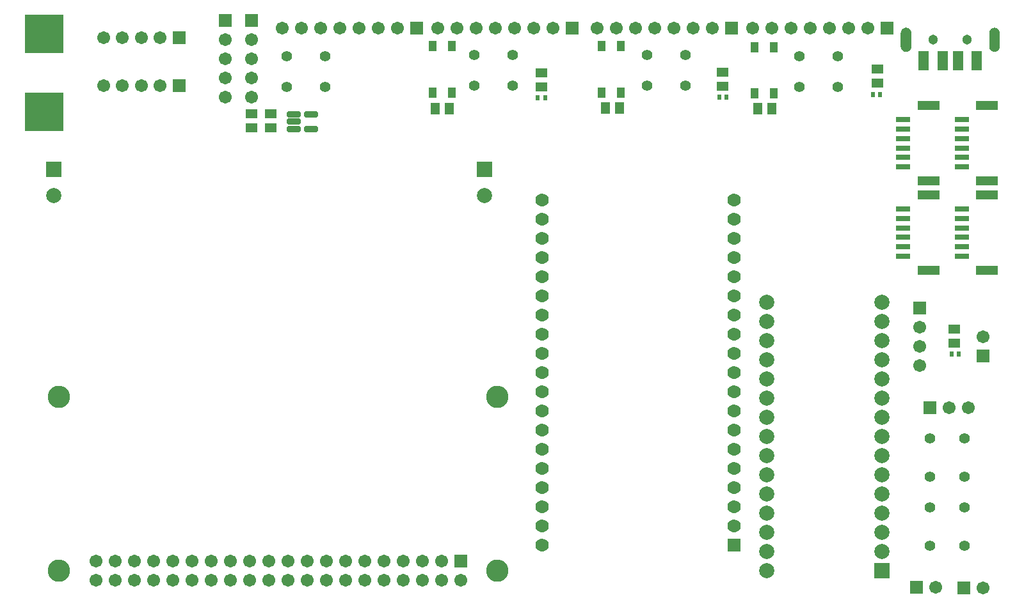
<source format=gbr>
%TF.GenerationSoftware,Altium Limited,Altium Designer,25.1.2 (22)*%
G04 Layer_Color=8388736*
%FSLAX45Y45*%
%MOMM*%
%TF.SameCoordinates,50AF8CB0-8788-4631-97D4-B92DF93AA5B5*%
%TF.FilePolarity,Negative*%
%TF.FileFunction,Soldermask,Top*%
%TF.Part,Single*%
G01*
G75*
%TA.AperFunction,SMDPad,CuDef*%
%ADD55R,1.00320X1.40320*%
%ADD56R,0.60320X0.66320*%
%ADD57R,1.90320X0.80320*%
%ADD58R,3.00320X1.20320*%
%TA.AperFunction,ConnectorPad*%
%ADD59R,1.40320X2.50320*%
%TA.AperFunction,SMDPad,CuDef*%
%ADD60R,1.17320X1.58320*%
%ADD61R,1.58320X1.17320*%
G04:AMPARAMS|DCode=62|XSize=1.8132mm|YSize=0.7932mm|CornerRadius=0.17535mm|HoleSize=0mm|Usage=FLASHONLY|Rotation=0.000|XOffset=0mm|YOffset=0mm|HoleType=Round|Shape=RoundedRectangle|*
%AMROUNDEDRECTD62*
21,1,1.81320,0.44250,0,0,0.0*
21,1,1.46250,0.79320,0,0,0.0*
1,1,0.35070,0.73125,-0.22125*
1,1,0.35070,-0.73125,-0.22125*
1,1,0.35070,-0.73125,0.22125*
1,1,0.35070,0.73125,0.22125*
%
%ADD62ROUNDEDRECTD62*%
%ADD63R,5.20320X5.20320*%
%TA.AperFunction,ComponentPad*%
%ADD64R,1.70320X1.70320*%
%ADD65C,1.70320*%
%ADD66C,1.40320*%
%ADD67R,1.70320X1.70320*%
%ADD68C,0.90320*%
%ADD69C,1.30320*%
%ADD70R,1.76320X1.76320*%
%ADD71C,1.76320*%
%ADD72C,2.00320*%
%ADD73R,2.00320X2.00320*%
%ADD74C,1.71120*%
%ADD75R,1.71120X1.71120*%
%ADD76C,2.95320*%
%ADD77R,2.00320X2.00320*%
G36*
X14244901Y12082900D02*
X14241299Y12083200D01*
X14237601Y12083700D01*
X14234000Y12084300D01*
X14230499Y12085200D01*
X14227000Y12086200D01*
X14223500Y12087400D01*
X14220100Y12088900D01*
X14216800Y12090400D01*
X14213600Y12092200D01*
X14210500Y12094100D01*
X14207500Y12096200D01*
X14204500Y12098400D01*
X14201801Y12100800D01*
X14199100Y12103300D01*
X14196600Y12106000D01*
X14194200Y12108700D01*
X14192000Y12111700D01*
X14189900Y12114700D01*
X14188000Y12117800D01*
X14186200Y12121000D01*
X14184700Y12124300D01*
X14183200Y12127700D01*
X14182001Y12131200D01*
X14181000Y12134700D01*
X14180099Y12138200D01*
X14179500Y12141800D01*
X14178999Y12145500D01*
X14178700Y12149100D01*
X14178600Y12152800D01*
Y12332800D01*
X14178700Y12336500D01*
X14178999Y12340100D01*
X14179500Y12343800D01*
X14180099Y12347400D01*
X14181000Y12350900D01*
X14182001Y12354400D01*
X14183200Y12357900D01*
X14184700Y12361300D01*
X14186200Y12364600D01*
X14188000Y12367800D01*
X14189900Y12370900D01*
X14192000Y12373900D01*
X14194200Y12376900D01*
X14196600Y12379600D01*
X14199100Y12382300D01*
X14201801Y12384800D01*
X14204500Y12387200D01*
X14207500Y12389400D01*
X14210500Y12391500D01*
X14213600Y12393400D01*
X14216800Y12395200D01*
X14220100Y12396700D01*
X14223500Y12398200D01*
X14227000Y12399400D01*
X14230499Y12400400D01*
X14234000Y12401300D01*
X14237601Y12401900D01*
X14241299Y12402400D01*
X14244901Y12402700D01*
X14248599Y12402800D01*
X14252299Y12402700D01*
X14255901Y12402400D01*
X14259599Y12401900D01*
X14263200Y12401300D01*
X14266701Y12400400D01*
X14270200Y12399400D01*
X14273700Y12398200D01*
X14277100Y12396700D01*
X14280400Y12395200D01*
X14283600Y12393400D01*
X14286700Y12391500D01*
X14289700Y12389400D01*
X14292700Y12387200D01*
X14295399Y12384800D01*
X14298100Y12382300D01*
X14300600Y12379600D01*
X14303000Y12376900D01*
X14305200Y12373900D01*
X14307300Y12370900D01*
X14309200Y12367800D01*
X14311000Y12364600D01*
X14312500Y12361300D01*
X14314000Y12357900D01*
X14315199Y12354400D01*
X14316200Y12350900D01*
X14317101Y12347400D01*
X14317700Y12343800D01*
X14318201Y12340100D01*
X14318500Y12336500D01*
X14318600Y12332800D01*
Y12152800D01*
X14318500Y12149100D01*
X14318201Y12145500D01*
X14317700Y12141800D01*
X14317101Y12138200D01*
X14316200Y12134700D01*
X14315199Y12131200D01*
X14314000Y12127700D01*
X14312500Y12124300D01*
X14311000Y12121000D01*
X14309200Y12117800D01*
X14307300Y12114700D01*
X14305200Y12111700D01*
X14303000Y12108700D01*
X14300600Y12106000D01*
X14298100Y12103300D01*
X14295399Y12100800D01*
X14292700Y12098400D01*
X14289700Y12096200D01*
X14286700Y12094100D01*
X14283600Y12092200D01*
X14280400Y12090400D01*
X14277100Y12088900D01*
X14273700Y12087400D01*
X14270200Y12086200D01*
X14266701Y12085200D01*
X14263200Y12084300D01*
X14259599Y12083700D01*
X14255901Y12083200D01*
X14252299Y12082900D01*
X14248599Y12082800D01*
X14244901Y12082900D01*
D02*
G37*
G36*
X15414900D02*
X15411301Y12083200D01*
X15407600Y12083700D01*
X15403999Y12084300D01*
X15400500Y12085200D01*
X15397000Y12086200D01*
X15393500Y12087400D01*
X15390100Y12088900D01*
X15386800Y12090400D01*
X15383600Y12092200D01*
X15380499Y12094100D01*
X15377499Y12096200D01*
X15374500Y12098400D01*
X15371800Y12100800D01*
X15369099Y12103300D01*
X15366600Y12106000D01*
X15364200Y12108700D01*
X15362000Y12111700D01*
X15359900Y12114700D01*
X15358000Y12117800D01*
X15356200Y12121000D01*
X15354700Y12124300D01*
X15353200Y12127700D01*
X15352000Y12131200D01*
X15350999Y12134700D01*
X15350101Y12138200D01*
X15349500Y12141800D01*
X15349001Y12145500D01*
X15348700Y12149100D01*
X15348599Y12152800D01*
Y12332800D01*
X15348700Y12336500D01*
X15349001Y12340100D01*
X15349500Y12343800D01*
X15350101Y12347400D01*
X15350999Y12350900D01*
X15352000Y12354400D01*
X15353200Y12357900D01*
X15354700Y12361300D01*
X15356200Y12364600D01*
X15358000Y12367800D01*
X15359900Y12370900D01*
X15362000Y12373900D01*
X15364200Y12376900D01*
X15366600Y12379600D01*
X15369099Y12382300D01*
X15371800Y12384800D01*
X15374500Y12387200D01*
X15377499Y12389400D01*
X15380499Y12391500D01*
X15383600Y12393400D01*
X15386800Y12395200D01*
X15390100Y12396700D01*
X15393500Y12398200D01*
X15397000Y12399400D01*
X15400500Y12400400D01*
X15403999Y12401300D01*
X15407600Y12401900D01*
X15411301Y12402400D01*
X15414900Y12402700D01*
X15418600Y12402800D01*
X15422301Y12402700D01*
X15425900Y12402400D01*
X15429601Y12401900D01*
X15433200Y12401300D01*
X15436700Y12400400D01*
X15440199Y12399400D01*
X15443700Y12398200D01*
X15447099Y12396700D01*
X15450400Y12395200D01*
X15453600Y12393400D01*
X15456700Y12391500D01*
X15459700Y12389400D01*
X15462700Y12387200D01*
X15465401Y12384800D01*
X15468100Y12382300D01*
X15470599Y12379600D01*
X15473000Y12376900D01*
X15475200Y12373900D01*
X15477299Y12370900D01*
X15479201Y12367800D01*
X15481000Y12364600D01*
X15482500Y12361300D01*
X15484000Y12357900D01*
X15485201Y12354400D01*
X15486200Y12350900D01*
X15487100Y12347400D01*
X15487700Y12343800D01*
X15488200Y12340100D01*
X15488499Y12336500D01*
X15488600Y12332800D01*
Y12152800D01*
X15488499Y12149100D01*
X15488200Y12145500D01*
X15487700Y12141800D01*
X15487100Y12138200D01*
X15486200Y12134700D01*
X15485201Y12131200D01*
X15484000Y12127700D01*
X15482500Y12124300D01*
X15481000Y12121000D01*
X15479201Y12117800D01*
X15477299Y12114700D01*
X15475200Y12111700D01*
X15473000Y12108700D01*
X15470599Y12106000D01*
X15468100Y12103300D01*
X15465401Y12100800D01*
X15462700Y12098400D01*
X15459700Y12096200D01*
X15456700Y12094100D01*
X15453600Y12092200D01*
X15450400Y12090400D01*
X15447099Y12088900D01*
X15443700Y12087400D01*
X15440199Y12086200D01*
X15436700Y12085200D01*
X15433200Y12084300D01*
X15429601Y12083700D01*
X15425900Y12083200D01*
X15422301Y12082900D01*
X15418600Y12082800D01*
X15414900Y12082900D01*
D02*
G37*
D55*
X12242800Y11531600D02*
D03*
X12496800D02*
D03*
X12242800Y12146600D02*
D03*
X12496800D02*
D03*
X10477500Y12156600D02*
D03*
X10223500D02*
D03*
X10477500Y11541600D02*
D03*
X10223500D02*
D03*
X8242300Y12156600D02*
D03*
X7988300D02*
D03*
X8242300Y11541600D02*
D03*
X7988300D02*
D03*
D56*
X13906500Y11518900D02*
D03*
X13806500D02*
D03*
X11874500Y11480800D02*
D03*
X11774500D02*
D03*
X14947900Y8077200D02*
D03*
X14847900D02*
D03*
X9474200Y11471100D02*
D03*
X9374200D02*
D03*
D57*
X14211301Y10558700D02*
D03*
Y10683700D02*
D03*
Y11183700D02*
D03*
Y11058700D02*
D03*
Y10933700D02*
D03*
Y10808700D02*
D03*
X14986000D02*
D03*
Y10933700D02*
D03*
Y11058700D02*
D03*
Y11183700D02*
D03*
Y10683700D02*
D03*
Y10558700D02*
D03*
X14211301Y9374600D02*
D03*
Y9499600D02*
D03*
Y9999600D02*
D03*
Y9874600D02*
D03*
Y9749600D02*
D03*
Y9624600D02*
D03*
X14986000Y9374600D02*
D03*
Y9499600D02*
D03*
Y9999600D02*
D03*
Y9874600D02*
D03*
Y9749600D02*
D03*
Y9624600D02*
D03*
D58*
X14546300Y11368700D02*
D03*
Y10373700D02*
D03*
X15321001D02*
D03*
Y11368700D02*
D03*
X14546300Y10184600D02*
D03*
Y9189600D02*
D03*
X15321001Y10184600D02*
D03*
Y9189600D02*
D03*
D59*
X15183600Y11967800D02*
D03*
X14933600D02*
D03*
X14733600D02*
D03*
X14483600D02*
D03*
D60*
X12289500Y11328400D02*
D03*
X12475500D02*
D03*
X10270200Y11341100D02*
D03*
X10456200D02*
D03*
X8022300Y11328400D02*
D03*
X8208300D02*
D03*
D61*
X13868401Y11667200D02*
D03*
Y11853200D02*
D03*
X11823700Y11815100D02*
D03*
Y11629100D02*
D03*
X14884399Y8225500D02*
D03*
Y8411500D02*
D03*
X9423400Y11616400D02*
D03*
Y11802400D02*
D03*
X5588000Y11258700D02*
D03*
Y11072700D02*
D03*
X5841800Y11258700D02*
D03*
Y11072700D02*
D03*
D62*
X6375400Y11252200D02*
D03*
Y11062200D02*
D03*
X6146400D02*
D03*
Y11157200D02*
D03*
Y11252200D02*
D03*
D63*
X2844800Y11290300D02*
D03*
Y12319000D02*
D03*
D64*
X15265401Y8051800D02*
D03*
X5588000Y12496800D02*
D03*
X5245100D02*
D03*
X14427200Y8686800D02*
D03*
D65*
X15265401Y8305800D02*
D03*
X5588000Y11480800D02*
D03*
Y11734800D02*
D03*
Y11988800D02*
D03*
Y12242800D02*
D03*
X5245100Y11480800D02*
D03*
Y11734800D02*
D03*
Y11988800D02*
D03*
Y12242800D02*
D03*
X14643100Y4991100D02*
D03*
X15265401Y4978400D02*
D03*
X13741400Y12395200D02*
D03*
X13487399D02*
D03*
X13233400D02*
D03*
X12979401D02*
D03*
X12725400D02*
D03*
X12471400D02*
D03*
X12217400D02*
D03*
X11684000D02*
D03*
X11430000D02*
D03*
X11176000D02*
D03*
X10922000D02*
D03*
X10668000D02*
D03*
X10414000D02*
D03*
X10160000D02*
D03*
X9575800D02*
D03*
X9321800D02*
D03*
X9067800D02*
D03*
X8813800D02*
D03*
X8559800D02*
D03*
X8305800D02*
D03*
X8051800D02*
D03*
X7518400D02*
D03*
X7264400D02*
D03*
X7010400D02*
D03*
X6756400D02*
D03*
X6502400D02*
D03*
X6248400D02*
D03*
X5994400D02*
D03*
X14820900Y7366000D02*
D03*
X15074899D02*
D03*
X14427200Y8432800D02*
D03*
Y8178800D02*
D03*
Y7924800D02*
D03*
D66*
X13347701Y12026900D02*
D03*
X12839700D02*
D03*
Y11620500D02*
D03*
X13347701D02*
D03*
X6057900Y12026900D02*
D03*
X6565900D02*
D03*
X6057900Y11620500D02*
D03*
X6565900D02*
D03*
X10820400Y12039600D02*
D03*
X11328400D02*
D03*
X10820400Y11633200D02*
D03*
X11328400D02*
D03*
X14566901Y5537200D02*
D03*
Y6045200D02*
D03*
Y6451600D02*
D03*
Y6959600D02*
D03*
X15024100Y5537200D02*
D03*
Y6045200D02*
D03*
Y6451600D02*
D03*
Y6959600D02*
D03*
X8534400Y12039600D02*
D03*
X9042400D02*
D03*
X8534400Y11633200D02*
D03*
X9042400D02*
D03*
D67*
X14389101Y4991100D02*
D03*
X15011400Y4978400D02*
D03*
X13995399Y12395200D02*
D03*
X11938000D02*
D03*
X9829800D02*
D03*
X7772400D02*
D03*
X14566901Y7366000D02*
D03*
D68*
X14248599Y12242800D02*
D03*
X15418600D02*
D03*
D69*
X14608600D02*
D03*
X15058600D02*
D03*
D70*
X11976100Y5549900D02*
D03*
D71*
Y5803900D02*
D03*
Y10121900D02*
D03*
Y6057900D02*
D03*
Y6311900D02*
D03*
Y6565900D02*
D03*
Y6819900D02*
D03*
Y7073900D02*
D03*
Y7327900D02*
D03*
Y7581900D02*
D03*
Y7835900D02*
D03*
Y8089900D02*
D03*
Y8343900D02*
D03*
Y8597900D02*
D03*
Y8851900D02*
D03*
Y9105900D02*
D03*
Y9359900D02*
D03*
Y9613900D02*
D03*
Y9867900D02*
D03*
X9436100Y5549900D02*
D03*
Y5803900D02*
D03*
Y6057900D02*
D03*
Y6311900D02*
D03*
Y6565900D02*
D03*
Y6819900D02*
D03*
Y7073900D02*
D03*
Y7327900D02*
D03*
Y7581900D02*
D03*
Y7835900D02*
D03*
Y8089900D02*
D03*
Y8343900D02*
D03*
Y8597900D02*
D03*
Y8851900D02*
D03*
Y9105900D02*
D03*
Y9359900D02*
D03*
Y9613900D02*
D03*
Y9867900D02*
D03*
Y10121900D02*
D03*
D72*
X12407900Y5207000D02*
D03*
Y5461000D02*
D03*
Y5715000D02*
D03*
Y5969000D02*
D03*
Y6223000D02*
D03*
Y6477000D02*
D03*
Y6731000D02*
D03*
Y6985000D02*
D03*
Y7239000D02*
D03*
Y7493000D02*
D03*
Y7747000D02*
D03*
Y8001000D02*
D03*
Y8255000D02*
D03*
Y8509000D02*
D03*
Y8763000D02*
D03*
X13931900D02*
D03*
Y8509000D02*
D03*
Y8255000D02*
D03*
Y8001000D02*
D03*
Y7747000D02*
D03*
Y7493000D02*
D03*
Y7239000D02*
D03*
Y6985000D02*
D03*
Y6731000D02*
D03*
Y6477000D02*
D03*
Y6223000D02*
D03*
Y5969000D02*
D03*
Y5715000D02*
D03*
Y5461000D02*
D03*
X8674100Y10178300D02*
D03*
X2971800D02*
D03*
D73*
X13931900Y5207000D02*
D03*
D74*
X4131500Y12266300D02*
D03*
X3881500D02*
D03*
X4381500D02*
D03*
X3631500D02*
D03*
X4131500Y11633200D02*
D03*
X3881500D02*
D03*
X4381500D02*
D03*
X3631500D02*
D03*
X3530600Y5085700D02*
D03*
Y5339700D02*
D03*
X3784600Y5085700D02*
D03*
Y5339700D02*
D03*
X4038600Y5085700D02*
D03*
Y5339700D02*
D03*
X4292600Y5085700D02*
D03*
Y5339700D02*
D03*
X4546600Y5085700D02*
D03*
Y5339700D02*
D03*
X4800600Y5085700D02*
D03*
Y5339700D02*
D03*
X5054600Y5085700D02*
D03*
Y5339700D02*
D03*
X5308600Y5085700D02*
D03*
Y5339700D02*
D03*
X5562600Y5085700D02*
D03*
Y5339700D02*
D03*
X5816600Y5085700D02*
D03*
Y5339700D02*
D03*
X6070600Y5085700D02*
D03*
Y5339700D02*
D03*
X6324600Y5085700D02*
D03*
Y5339700D02*
D03*
X6578600Y5085700D02*
D03*
Y5339700D02*
D03*
X6832600Y5085700D02*
D03*
Y5339700D02*
D03*
X7086600Y5085700D02*
D03*
Y5339700D02*
D03*
X7340600Y5085700D02*
D03*
Y5339700D02*
D03*
X7594600Y5085700D02*
D03*
Y5339700D02*
D03*
X7848600Y5085700D02*
D03*
Y5339700D02*
D03*
X8102600Y5085700D02*
D03*
Y5339700D02*
D03*
X8356600Y5085700D02*
D03*
D75*
X4631500Y12266300D02*
D03*
Y11633200D02*
D03*
X8356600Y5339700D02*
D03*
D76*
X3043600Y5212700D02*
D03*
Y7512700D02*
D03*
X8843600Y5212700D02*
D03*
Y7512700D02*
D03*
D77*
X8674100Y10528300D02*
D03*
X2971800D02*
D03*
%TF.MD5,011f8aa5cb029552721e39f7e12ea922*%
M02*

</source>
